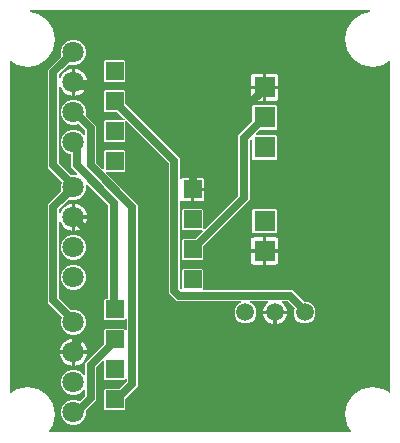
<source format=gbr>
G04 EAGLE Gerber RS-274X export*
G75*
%MOMM*%
%FSLAX34Y34*%
%LPD*%
%INBottom Copper*%
%IPPOS*%
%AMOC8*
5,1,8,0,0,1.08239X$1,22.5*%
G01*
%ADD10C,1.800000*%
%ADD11C,1.508000*%
%ADD12R,1.800000X1.800000*%
%ADD13R,1.508000X1.508000*%
%ADD14C,0.635000*%

G36*
X298529Y10180D02*
X298529Y10180D01*
X298648Y10199D01*
X298651Y10200D01*
X298654Y10200D01*
X298758Y10256D01*
X298866Y10312D01*
X298869Y10314D01*
X298871Y10316D01*
X298953Y10402D01*
X299037Y10489D01*
X299038Y10492D01*
X299041Y10494D01*
X299091Y10603D01*
X299143Y10711D01*
X299143Y10714D01*
X299144Y10717D01*
X299157Y10835D01*
X299172Y10955D01*
X299171Y10958D01*
X299171Y10961D01*
X299146Y11078D01*
X299121Y11196D01*
X299120Y11199D01*
X299119Y11202D01*
X299113Y11211D01*
X299044Y11345D01*
X295689Y16366D01*
X293892Y25400D01*
X295689Y34434D01*
X300807Y42093D01*
X308466Y47211D01*
X317500Y49008D01*
X326534Y47211D01*
X331355Y43990D01*
X331466Y43939D01*
X331573Y43889D01*
X331576Y43889D01*
X331579Y43888D01*
X331699Y43875D01*
X331817Y43862D01*
X331821Y43863D01*
X331824Y43863D01*
X331940Y43889D01*
X332058Y43915D01*
X332061Y43916D01*
X332064Y43917D01*
X332166Y43979D01*
X332269Y44041D01*
X332271Y44043D01*
X332274Y44045D01*
X332351Y44137D01*
X332429Y44228D01*
X332430Y44231D01*
X332432Y44233D01*
X332475Y44343D01*
X332521Y44456D01*
X332521Y44460D01*
X332522Y44462D01*
X332523Y44473D01*
X332539Y44623D01*
X332539Y323677D01*
X332520Y323795D01*
X332501Y323914D01*
X332500Y323917D01*
X332500Y323920D01*
X332444Y324024D01*
X332388Y324133D01*
X332386Y324135D01*
X332384Y324138D01*
X332298Y324219D01*
X332211Y324303D01*
X332208Y324305D01*
X332206Y324307D01*
X332097Y324358D01*
X331989Y324409D01*
X331986Y324409D01*
X331983Y324411D01*
X331865Y324424D01*
X331745Y324438D01*
X331742Y324437D01*
X331739Y324438D01*
X331622Y324412D01*
X331504Y324388D01*
X331501Y324386D01*
X331498Y324385D01*
X331489Y324380D01*
X331355Y324310D01*
X326534Y321089D01*
X317500Y319292D01*
X308466Y321089D01*
X300807Y326207D01*
X295689Y333866D01*
X293892Y342900D01*
X295689Y351934D01*
X300807Y359593D01*
X308466Y364711D01*
X315105Y366031D01*
X315151Y366049D01*
X315199Y366057D01*
X315265Y366091D01*
X315335Y366118D01*
X315373Y366149D01*
X315417Y366172D01*
X315468Y366226D01*
X315526Y366273D01*
X315552Y366314D01*
X315586Y366350D01*
X315617Y366418D01*
X315657Y366481D01*
X315669Y366529D01*
X315690Y366573D01*
X315698Y366647D01*
X315715Y366720D01*
X315711Y366769D01*
X315717Y366817D01*
X315701Y366891D01*
X315694Y366965D01*
X315675Y367010D01*
X315664Y367058D01*
X315626Y367122D01*
X315596Y367191D01*
X315563Y367227D01*
X315538Y367269D01*
X315481Y367318D01*
X315431Y367373D01*
X315389Y367397D01*
X315351Y367429D01*
X315282Y367457D01*
X315217Y367493D01*
X315169Y367502D01*
X315123Y367521D01*
X314999Y367535D01*
X314975Y367539D01*
X314966Y367538D01*
X314956Y367539D01*
X27944Y367539D01*
X27895Y367531D01*
X27846Y367533D01*
X27775Y367512D01*
X27701Y367500D01*
X27658Y367477D01*
X27611Y367463D01*
X27549Y367419D01*
X27483Y367384D01*
X27450Y367349D01*
X27410Y367321D01*
X27366Y367260D01*
X27314Y367206D01*
X27293Y367162D01*
X27265Y367122D01*
X27242Y367051D01*
X27210Y366983D01*
X27205Y366934D01*
X27190Y366888D01*
X27192Y366813D01*
X27183Y366739D01*
X27194Y366691D01*
X27195Y366642D01*
X27220Y366571D01*
X27236Y366498D01*
X27261Y366456D01*
X27277Y366410D01*
X27323Y366351D01*
X27362Y366287D01*
X27399Y366255D01*
X27429Y366217D01*
X27492Y366176D01*
X27549Y366127D01*
X27594Y366109D01*
X27635Y366082D01*
X27754Y366044D01*
X27777Y366035D01*
X27786Y366034D01*
X27795Y366031D01*
X34434Y364711D01*
X42093Y359593D01*
X47211Y351934D01*
X49008Y342900D01*
X47211Y333866D01*
X42093Y326207D01*
X34434Y321089D01*
X25400Y319292D01*
X16366Y321089D01*
X11345Y324444D01*
X11340Y324446D01*
X11340Y324447D01*
X11336Y324448D01*
X11234Y324494D01*
X11127Y324544D01*
X11124Y324545D01*
X11121Y324546D01*
X11001Y324558D01*
X10883Y324571D01*
X10879Y324571D01*
X10876Y324571D01*
X10760Y324545D01*
X10642Y324519D01*
X10639Y324517D01*
X10636Y324517D01*
X10534Y324455D01*
X10431Y324393D01*
X10429Y324390D01*
X10426Y324389D01*
X10349Y324297D01*
X10271Y324206D01*
X10270Y324203D01*
X10268Y324201D01*
X10225Y324091D01*
X10179Y323978D01*
X10179Y323974D01*
X10178Y323972D01*
X10177Y323961D01*
X10161Y323811D01*
X10161Y44489D01*
X10180Y44371D01*
X10199Y44252D01*
X10200Y44249D01*
X10200Y44246D01*
X10256Y44142D01*
X10312Y44034D01*
X10314Y44032D01*
X10316Y44029D01*
X10402Y43947D01*
X10489Y43863D01*
X10492Y43862D01*
X10494Y43859D01*
X10604Y43808D01*
X10711Y43758D01*
X10714Y43757D01*
X10717Y43756D01*
X10835Y43743D01*
X10955Y43728D01*
X10958Y43729D01*
X10961Y43729D01*
X11078Y43754D01*
X11196Y43779D01*
X11199Y43780D01*
X11202Y43781D01*
X11211Y43787D01*
X11345Y43856D01*
X16366Y47211D01*
X25400Y49008D01*
X34434Y47211D01*
X42093Y42093D01*
X47211Y34434D01*
X49008Y25400D01*
X47211Y16366D01*
X43856Y11345D01*
X43806Y11234D01*
X43756Y11127D01*
X43755Y11124D01*
X43754Y11121D01*
X43742Y11001D01*
X43729Y10883D01*
X43729Y10879D01*
X43729Y10876D01*
X43755Y10760D01*
X43781Y10642D01*
X43783Y10639D01*
X43783Y10636D01*
X43845Y10534D01*
X43907Y10431D01*
X43910Y10429D01*
X43911Y10426D01*
X44003Y10349D01*
X44094Y10271D01*
X44097Y10270D01*
X44099Y10268D01*
X44209Y10225D01*
X44322Y10179D01*
X44326Y10179D01*
X44328Y10178D01*
X44339Y10177D01*
X44489Y10161D01*
X298411Y10161D01*
X298529Y10180D01*
G37*
%LPC*%
G36*
X62207Y16775D02*
X62207Y16775D01*
X58338Y18378D01*
X55378Y21338D01*
X53775Y25207D01*
X53775Y29393D01*
X55378Y33262D01*
X58338Y36222D01*
X62207Y37825D01*
X66393Y37825D01*
X68861Y36802D01*
X68975Y36776D01*
X69089Y36747D01*
X69095Y36748D01*
X69101Y36746D01*
X69218Y36757D01*
X69334Y36766D01*
X69340Y36769D01*
X69346Y36769D01*
X69453Y36817D01*
X69560Y36863D01*
X69566Y36867D01*
X69571Y36869D01*
X69584Y36882D01*
X69691Y36967D01*
X73817Y41094D01*
X73870Y41168D01*
X73930Y41237D01*
X73942Y41267D01*
X73961Y41293D01*
X73988Y41381D01*
X74022Y41465D01*
X74026Y41506D01*
X74033Y41529D01*
X74032Y41561D01*
X74040Y41632D01*
X74040Y45718D01*
X74029Y45789D01*
X74027Y45861D01*
X74009Y45910D01*
X74001Y45961D01*
X73967Y46024D01*
X73942Y46092D01*
X73910Y46132D01*
X73885Y46178D01*
X73833Y46228D01*
X73789Y46284D01*
X73745Y46312D01*
X73707Y46348D01*
X73642Y46378D01*
X73582Y46417D01*
X73531Y46429D01*
X73484Y46451D01*
X73413Y46459D01*
X73343Y46477D01*
X73291Y46473D01*
X73240Y46478D01*
X73169Y46463D01*
X73098Y46458D01*
X73050Y46437D01*
X72999Y46426D01*
X72938Y46389D01*
X72872Y46361D01*
X72816Y46317D01*
X72788Y46300D01*
X72773Y46282D01*
X72741Y46257D01*
X70262Y43778D01*
X66393Y42175D01*
X62207Y42175D01*
X58338Y43778D01*
X55378Y46738D01*
X53775Y50607D01*
X53775Y54793D01*
X55378Y58662D01*
X58338Y61622D01*
X62207Y63225D01*
X66393Y63225D01*
X70262Y61622D01*
X72741Y59143D01*
X72799Y59102D01*
X72851Y59052D01*
X72898Y59030D01*
X72940Y59000D01*
X73009Y58979D01*
X73074Y58949D01*
X73126Y58943D01*
X73176Y58928D01*
X73247Y58929D01*
X73318Y58922D01*
X73369Y58933D01*
X73421Y58934D01*
X73489Y58959D01*
X73559Y58974D01*
X73604Y59001D01*
X73652Y59018D01*
X73708Y59063D01*
X73770Y59100D01*
X73804Y59140D01*
X73844Y59172D01*
X73883Y59232D01*
X73930Y59287D01*
X73949Y59335D01*
X73977Y59379D01*
X73995Y59448D01*
X74022Y59515D01*
X74030Y59586D01*
X74038Y59618D01*
X74036Y59641D01*
X74040Y59682D01*
X74040Y68876D01*
X89772Y84608D01*
X89825Y84682D01*
X89885Y84751D01*
X89897Y84781D01*
X89916Y84807D01*
X89943Y84894D01*
X89977Y84979D01*
X89981Y85020D01*
X89988Y85043D01*
X89987Y85075D01*
X89995Y85146D01*
X89995Y97072D01*
X90888Y97965D01*
X107232Y97965D01*
X108174Y97023D01*
X108232Y96981D01*
X108284Y96931D01*
X108331Y96909D01*
X108373Y96879D01*
X108442Y96858D01*
X108507Y96828D01*
X108559Y96822D01*
X108609Y96807D01*
X108680Y96809D01*
X108751Y96801D01*
X108802Y96812D01*
X108854Y96813D01*
X108922Y96838D01*
X108992Y96853D01*
X109037Y96880D01*
X109085Y96897D01*
X109141Y96942D01*
X109203Y96979D01*
X109237Y97019D01*
X109277Y97051D01*
X109316Y97111D01*
X109363Y97166D01*
X109382Y97214D01*
X109410Y97258D01*
X109428Y97328D01*
X109455Y97394D01*
X109463Y97465D01*
X109471Y97497D01*
X109469Y97520D01*
X109473Y97561D01*
X109473Y105639D01*
X109462Y105710D01*
X109460Y105782D01*
X109442Y105831D01*
X109434Y105882D01*
X109400Y105945D01*
X109375Y106013D01*
X109343Y106053D01*
X109318Y106099D01*
X109266Y106149D01*
X109222Y106205D01*
X109178Y106233D01*
X109140Y106269D01*
X109075Y106299D01*
X109015Y106338D01*
X108964Y106350D01*
X108917Y106372D01*
X108846Y106380D01*
X108776Y106398D01*
X108724Y106394D01*
X108673Y106399D01*
X108602Y106384D01*
X108531Y106379D01*
X108483Y106358D01*
X108432Y106347D01*
X108371Y106310D01*
X108305Y106282D01*
X108249Y106237D01*
X108221Y106221D01*
X108206Y106203D01*
X108174Y106177D01*
X107232Y105235D01*
X90888Y105235D01*
X89995Y106128D01*
X89995Y122472D01*
X90888Y123365D01*
X92964Y123365D01*
X92984Y123368D01*
X93003Y123366D01*
X93105Y123388D01*
X93207Y123404D01*
X93224Y123414D01*
X93244Y123418D01*
X93333Y123471D01*
X93424Y123520D01*
X93438Y123534D01*
X93455Y123544D01*
X93522Y123623D01*
X93594Y123698D01*
X93602Y123716D01*
X93615Y123731D01*
X93654Y123827D01*
X93697Y123921D01*
X93699Y123941D01*
X93707Y123959D01*
X93725Y124126D01*
X93725Y202462D01*
X93711Y202552D01*
X93703Y202643D01*
X93691Y202673D01*
X93686Y202705D01*
X93643Y202785D01*
X93607Y202869D01*
X93581Y202901D01*
X93570Y202922D01*
X93547Y202944D01*
X93502Y203000D01*
X76124Y220378D01*
X76066Y220420D01*
X76014Y220470D01*
X75967Y220492D01*
X75925Y220522D01*
X75856Y220543D01*
X75791Y220573D01*
X75739Y220579D01*
X75689Y220594D01*
X75618Y220592D01*
X75547Y220600D01*
X75496Y220589D01*
X75444Y220588D01*
X75376Y220563D01*
X75306Y220548D01*
X75261Y220521D01*
X75213Y220503D01*
X75157Y220459D01*
X75095Y220422D01*
X75061Y220382D01*
X75021Y220350D01*
X74982Y220289D01*
X74935Y220235D01*
X74916Y220187D01*
X74888Y220143D01*
X74870Y220073D01*
X74843Y220007D01*
X74835Y219935D01*
X74827Y219904D01*
X74829Y219881D01*
X74825Y219840D01*
X74825Y215707D01*
X73222Y211838D01*
X70262Y208878D01*
X66393Y207275D01*
X62207Y207275D01*
X61384Y207616D01*
X61270Y207643D01*
X61157Y207671D01*
X61151Y207671D01*
X61144Y207672D01*
X61028Y207661D01*
X60912Y207652D01*
X60906Y207650D01*
X60900Y207649D01*
X60792Y207601D01*
X60685Y207556D01*
X60679Y207551D01*
X60675Y207549D01*
X60661Y207536D01*
X60554Y207451D01*
X52167Y199063D01*
X52114Y198989D01*
X52054Y198920D01*
X52042Y198890D01*
X52023Y198864D01*
X51996Y198777D01*
X51962Y198692D01*
X51958Y198651D01*
X51951Y198628D01*
X51952Y198596D01*
X51944Y198525D01*
X51944Y196524D01*
X51944Y196520D01*
X51944Y196516D01*
X51964Y196399D01*
X51983Y196281D01*
X51985Y196278D01*
X51986Y196274D01*
X52043Y196170D01*
X52099Y196064D01*
X52101Y196061D01*
X52103Y196058D01*
X52191Y195977D01*
X52277Y195895D01*
X52281Y195893D01*
X52283Y195890D01*
X52392Y195841D01*
X52500Y195791D01*
X52504Y195791D01*
X52508Y195789D01*
X52627Y195777D01*
X52744Y195764D01*
X52748Y195765D01*
X52752Y195764D01*
X52868Y195791D01*
X52985Y195816D01*
X52988Y195818D01*
X52992Y195819D01*
X53093Y195881D01*
X53196Y195942D01*
X53198Y195945D01*
X53202Y195948D01*
X53278Y196039D01*
X53356Y196129D01*
X53357Y196133D01*
X53360Y196136D01*
X53429Y196289D01*
X53605Y196830D01*
X54429Y198449D01*
X55497Y199918D01*
X56782Y201203D01*
X58251Y202271D01*
X59870Y203095D01*
X61598Y203657D01*
X62777Y203843D01*
X62777Y193162D01*
X62780Y193142D01*
X62778Y193123D01*
X62800Y193021D01*
X62817Y192919D01*
X62826Y192902D01*
X62830Y192882D01*
X62883Y192793D01*
X62932Y192702D01*
X62946Y192688D01*
X62956Y192671D01*
X63035Y192604D01*
X63110Y192533D01*
X63128Y192524D01*
X63143Y192511D01*
X63239Y192473D01*
X63333Y192429D01*
X63353Y192427D01*
X63371Y192419D01*
X63538Y192401D01*
X64301Y192401D01*
X64301Y192399D01*
X63538Y192399D01*
X63518Y192396D01*
X63499Y192398D01*
X63397Y192376D01*
X63295Y192359D01*
X63278Y192350D01*
X63258Y192346D01*
X63169Y192293D01*
X63078Y192244D01*
X63064Y192230D01*
X63047Y192220D01*
X62980Y192141D01*
X62909Y192066D01*
X62900Y192048D01*
X62887Y192033D01*
X62848Y191937D01*
X62805Y191843D01*
X62803Y191823D01*
X62795Y191805D01*
X62777Y191638D01*
X62777Y180957D01*
X61598Y181143D01*
X59870Y181705D01*
X58251Y182529D01*
X56782Y183597D01*
X55497Y184882D01*
X54429Y186351D01*
X53605Y187970D01*
X53429Y188511D01*
X53427Y188515D01*
X53426Y188519D01*
X53372Y188622D01*
X53316Y188730D01*
X53313Y188732D01*
X53311Y188736D01*
X53226Y188817D01*
X53140Y188901D01*
X53136Y188902D01*
X53133Y188905D01*
X53025Y188955D01*
X52918Y189007D01*
X52914Y189007D01*
X52910Y189009D01*
X52793Y189022D01*
X52673Y189036D01*
X52669Y189036D01*
X52666Y189036D01*
X52550Y189011D01*
X52433Y188987D01*
X52429Y188985D01*
X52425Y188984D01*
X52323Y188923D01*
X52220Y188863D01*
X52217Y188860D01*
X52214Y188858D01*
X52136Y188767D01*
X52058Y188677D01*
X52057Y188674D01*
X52054Y188671D01*
X52009Y188559D01*
X51964Y188450D01*
X51964Y188446D01*
X51962Y188442D01*
X51944Y188276D01*
X51944Y124309D01*
X51958Y124219D01*
X51966Y124128D01*
X51978Y124098D01*
X51983Y124066D01*
X52026Y123986D01*
X52062Y123902D01*
X52088Y123870D01*
X52099Y123849D01*
X52122Y123827D01*
X52167Y123771D01*
X61690Y114248D01*
X61764Y114195D01*
X61833Y114135D01*
X61863Y114123D01*
X61889Y114104D01*
X61976Y114077D01*
X62061Y114043D01*
X62102Y114039D01*
X62125Y114032D01*
X62157Y114033D01*
X62228Y114025D01*
X66393Y114025D01*
X70262Y112422D01*
X73222Y109462D01*
X74825Y105593D01*
X74825Y101407D01*
X73222Y97538D01*
X70262Y94578D01*
X66393Y92975D01*
X62207Y92975D01*
X58338Y94578D01*
X55378Y97538D01*
X53775Y101407D01*
X53775Y105593D01*
X54540Y107440D01*
X54567Y107554D01*
X54595Y107667D01*
X54595Y107673D01*
X54596Y107679D01*
X54585Y107796D01*
X54576Y107912D01*
X54574Y107918D01*
X54573Y107924D01*
X54525Y108032D01*
X54480Y108139D01*
X54475Y108144D01*
X54473Y108149D01*
X54460Y108163D01*
X54375Y108270D01*
X42544Y120100D01*
X42544Y202734D01*
X45520Y205710D01*
X53926Y214115D01*
X53993Y214209D01*
X54064Y214304D01*
X54066Y214310D01*
X54069Y214315D01*
X54103Y214426D01*
X54140Y214538D01*
X54140Y214544D01*
X54142Y214550D01*
X54139Y214667D01*
X54138Y214784D01*
X54135Y214791D01*
X54135Y214796D01*
X54129Y214813D01*
X54091Y214945D01*
X53775Y215707D01*
X53775Y219893D01*
X54503Y221650D01*
X54530Y221764D01*
X54558Y221877D01*
X54558Y221884D01*
X54559Y221890D01*
X54548Y222006D01*
X54539Y222122D01*
X54537Y222128D01*
X54536Y222134D01*
X54488Y222242D01*
X54443Y222349D01*
X54438Y222355D01*
X54436Y222359D01*
X54423Y222373D01*
X54338Y222480D01*
X42544Y234273D01*
X42544Y316907D01*
X45520Y319883D01*
X53963Y328325D01*
X54031Y328420D01*
X54101Y328514D01*
X54103Y328520D01*
X54107Y328525D01*
X54141Y328637D01*
X54177Y328748D01*
X54177Y328754D01*
X54179Y328760D01*
X54176Y328877D01*
X54175Y328994D01*
X54173Y329001D01*
X54173Y329006D01*
X54166Y329023D01*
X54128Y329155D01*
X53775Y330006D01*
X53775Y334193D01*
X55378Y338062D01*
X58338Y341022D01*
X62207Y342625D01*
X66393Y342625D01*
X70262Y341022D01*
X73222Y338062D01*
X74825Y334193D01*
X74825Y330007D01*
X73222Y326138D01*
X70262Y323178D01*
X66393Y321575D01*
X62207Y321575D01*
X61474Y321879D01*
X61360Y321906D01*
X61247Y321934D01*
X61240Y321934D01*
X61234Y321935D01*
X61118Y321924D01*
X61001Y321915D01*
X60996Y321912D01*
X60989Y321912D01*
X60882Y321864D01*
X60775Y321819D01*
X60769Y321814D01*
X60765Y321812D01*
X60751Y321799D01*
X60644Y321714D01*
X52167Y313236D01*
X52114Y313162D01*
X52054Y313093D01*
X52042Y313063D01*
X52023Y313037D01*
X51996Y312950D01*
X51962Y312865D01*
X51958Y312824D01*
X51951Y312801D01*
X51952Y312769D01*
X51944Y312698D01*
X51944Y310824D01*
X51944Y310820D01*
X51944Y310816D01*
X51964Y310698D01*
X51983Y310581D01*
X51985Y310578D01*
X51986Y310574D01*
X52043Y310468D01*
X52099Y310364D01*
X52101Y310361D01*
X52103Y310358D01*
X52191Y310276D01*
X52277Y310195D01*
X52281Y310193D01*
X52283Y310190D01*
X52391Y310142D01*
X52500Y310091D01*
X52504Y310091D01*
X52508Y310089D01*
X52627Y310077D01*
X52744Y310064D01*
X52748Y310065D01*
X52752Y310064D01*
X52868Y310091D01*
X52985Y310116D01*
X52988Y310118D01*
X52992Y310119D01*
X53094Y310181D01*
X53196Y310242D01*
X53199Y310245D01*
X53202Y310248D01*
X53278Y310339D01*
X53356Y310429D01*
X53357Y310433D01*
X53360Y310436D01*
X53429Y310589D01*
X53605Y311130D01*
X54429Y312749D01*
X55497Y314218D01*
X56782Y315503D01*
X58251Y316571D01*
X59870Y317395D01*
X61598Y317957D01*
X62777Y318143D01*
X62777Y307462D01*
X62780Y307442D01*
X62778Y307423D01*
X62800Y307321D01*
X62817Y307219D01*
X62826Y307202D01*
X62830Y307182D01*
X62883Y307093D01*
X62932Y307002D01*
X62946Y306988D01*
X62956Y306971D01*
X63035Y306904D01*
X63110Y306833D01*
X63128Y306824D01*
X63143Y306811D01*
X63239Y306773D01*
X63333Y306729D01*
X63353Y306727D01*
X63371Y306719D01*
X63538Y306701D01*
X64301Y306701D01*
X64301Y306699D01*
X63538Y306699D01*
X63518Y306696D01*
X63499Y306698D01*
X63397Y306676D01*
X63295Y306659D01*
X63278Y306650D01*
X63258Y306646D01*
X63169Y306593D01*
X63078Y306544D01*
X63064Y306530D01*
X63047Y306520D01*
X62980Y306441D01*
X62909Y306366D01*
X62900Y306348D01*
X62887Y306333D01*
X62848Y306237D01*
X62805Y306143D01*
X62803Y306123D01*
X62795Y306105D01*
X62777Y305938D01*
X62777Y295257D01*
X61598Y295443D01*
X59870Y296005D01*
X58251Y296829D01*
X56782Y297897D01*
X55497Y299182D01*
X54429Y300651D01*
X53605Y302270D01*
X53429Y302811D01*
X53427Y302815D01*
X53426Y302819D01*
X53371Y302923D01*
X53316Y303030D01*
X53313Y303032D01*
X53311Y303036D01*
X53225Y303118D01*
X53140Y303201D01*
X53136Y303203D01*
X53133Y303205D01*
X53024Y303256D01*
X52918Y303307D01*
X52914Y303307D01*
X52910Y303309D01*
X52791Y303322D01*
X52673Y303336D01*
X52669Y303336D01*
X52666Y303336D01*
X52549Y303311D01*
X52433Y303287D01*
X52429Y303285D01*
X52425Y303284D01*
X52324Y303223D01*
X52220Y303163D01*
X52217Y303160D01*
X52214Y303158D01*
X52137Y303068D01*
X52058Y302977D01*
X52057Y302974D01*
X52054Y302971D01*
X52009Y302859D01*
X51964Y302750D01*
X51964Y302746D01*
X51962Y302743D01*
X51944Y302576D01*
X51944Y238482D01*
X51958Y238392D01*
X51966Y238301D01*
X51978Y238271D01*
X51983Y238239D01*
X52026Y238159D01*
X52062Y238075D01*
X52088Y238043D01*
X52099Y238022D01*
X52122Y238000D01*
X52167Y237944D01*
X61563Y228548D01*
X61637Y228495D01*
X61706Y228435D01*
X61736Y228423D01*
X61762Y228404D01*
X61849Y228377D01*
X61934Y228343D01*
X61975Y228339D01*
X61998Y228332D01*
X62030Y228333D01*
X62101Y228325D01*
X66340Y228325D01*
X66411Y228336D01*
X66482Y228338D01*
X66531Y228356D01*
X66583Y228364D01*
X66646Y228398D01*
X66713Y228423D01*
X66754Y228455D01*
X66800Y228480D01*
X66850Y228532D01*
X66906Y228576D01*
X66934Y228620D01*
X66970Y228658D01*
X67000Y228723D01*
X67039Y228783D01*
X67051Y228834D01*
X67073Y228881D01*
X67081Y228952D01*
X67099Y229022D01*
X67095Y229074D01*
X67100Y229125D01*
X67085Y229196D01*
X67079Y229267D01*
X67059Y229315D01*
X67048Y229366D01*
X67011Y229427D01*
X66983Y229493D01*
X66938Y229549D01*
X66922Y229577D01*
X66904Y229592D01*
X66878Y229624D01*
X65205Y231297D01*
X62229Y234273D01*
X62229Y244857D01*
X62210Y244972D01*
X62193Y245088D01*
X62191Y245094D01*
X62190Y245100D01*
X62135Y245203D01*
X62082Y245307D01*
X62077Y245312D01*
X62074Y245317D01*
X61990Y245397D01*
X61906Y245480D01*
X61900Y245483D01*
X61896Y245487D01*
X61879Y245495D01*
X61759Y245561D01*
X58338Y246978D01*
X55378Y249938D01*
X53775Y253807D01*
X53775Y257993D01*
X55378Y261862D01*
X58338Y264822D01*
X62207Y266425D01*
X66393Y266425D01*
X70262Y264822D01*
X72741Y262343D01*
X72799Y262302D01*
X72851Y262252D01*
X72898Y262230D01*
X72940Y262200D01*
X73009Y262179D01*
X73074Y262149D01*
X73126Y262143D01*
X73176Y262128D01*
X73247Y262129D01*
X73318Y262122D01*
X73369Y262133D01*
X73421Y262134D01*
X73489Y262159D01*
X73559Y262174D01*
X73604Y262201D01*
X73652Y262218D01*
X73708Y262263D01*
X73770Y262300D01*
X73804Y262339D01*
X73844Y262372D01*
X73883Y262432D01*
X73930Y262487D01*
X73949Y262535D01*
X73977Y262579D01*
X73995Y262648D01*
X74011Y262688D01*
X74012Y262691D01*
X74022Y262715D01*
X74030Y262786D01*
X74038Y262818D01*
X74036Y262841D01*
X74040Y262882D01*
X74040Y265454D01*
X74026Y265544D01*
X74018Y265635D01*
X74006Y265665D01*
X74001Y265697D01*
X73958Y265777D01*
X73922Y265861D01*
X73896Y265893D01*
X73885Y265914D01*
X73862Y265936D01*
X73817Y265992D01*
X68621Y271189D01*
X68526Y271257D01*
X68432Y271327D01*
X68426Y271329D01*
X68421Y271333D01*
X68310Y271367D01*
X68198Y271403D01*
X68192Y271403D01*
X68186Y271405D01*
X68069Y271402D01*
X67952Y271401D01*
X67945Y271399D01*
X67940Y271399D01*
X67922Y271392D01*
X67791Y271354D01*
X66393Y270775D01*
X62207Y270775D01*
X58338Y272378D01*
X55378Y275338D01*
X53775Y279207D01*
X53775Y283393D01*
X55378Y287262D01*
X58338Y290222D01*
X62207Y291825D01*
X66393Y291825D01*
X70262Y290222D01*
X73222Y287262D01*
X74825Y283393D01*
X74825Y279206D01*
X74747Y279020D01*
X74721Y278907D01*
X74692Y278793D01*
X74693Y278786D01*
X74691Y278780D01*
X74702Y278664D01*
X74711Y278547D01*
X74714Y278542D01*
X74714Y278535D01*
X74762Y278428D01*
X74808Y278321D01*
X74812Y278315D01*
X74814Y278311D01*
X74827Y278297D01*
X74912Y278190D01*
X83440Y269663D01*
X83440Y238482D01*
X83454Y238392D01*
X83462Y238301D01*
X83474Y238271D01*
X83479Y238239D01*
X83522Y238159D01*
X83558Y238075D01*
X83584Y238043D01*
X83595Y238022D01*
X83618Y238000D01*
X83663Y237944D01*
X88696Y232911D01*
X88754Y232869D01*
X88806Y232819D01*
X88853Y232798D01*
X88895Y232767D01*
X88964Y232746D01*
X89029Y232716D01*
X89081Y232710D01*
X89131Y232695D01*
X89202Y232697D01*
X89273Y232689D01*
X89324Y232700D01*
X89376Y232701D01*
X89444Y232726D01*
X89514Y232741D01*
X89559Y232768D01*
X89607Y232786D01*
X89663Y232830D01*
X89725Y232867D01*
X89759Y232907D01*
X89799Y232939D01*
X89838Y233000D01*
X89885Y233054D01*
X89904Y233102D01*
X89932Y233146D01*
X89950Y233216D01*
X89977Y233282D01*
X89985Y233354D01*
X89993Y233385D01*
X89991Y233408D01*
X89995Y233449D01*
X89995Y248202D01*
X90888Y249095D01*
X107232Y249095D01*
X108125Y248202D01*
X108125Y231858D01*
X107232Y230965D01*
X92479Y230965D01*
X92408Y230954D01*
X92337Y230952D01*
X92288Y230934D01*
X92236Y230926D01*
X92173Y230892D01*
X92106Y230867D01*
X92065Y230835D01*
X92019Y230810D01*
X91969Y230758D01*
X91913Y230714D01*
X91885Y230670D01*
X91849Y230632D01*
X91819Y230567D01*
X91780Y230507D01*
X91768Y230456D01*
X91746Y230409D01*
X91738Y230338D01*
X91720Y230268D01*
X91724Y230216D01*
X91719Y230165D01*
X91734Y230094D01*
X91740Y230023D01*
X91760Y229975D01*
X91771Y229924D01*
X91808Y229863D01*
X91836Y229797D01*
X91881Y229741D01*
X91897Y229713D01*
X91915Y229698D01*
X91941Y229666D01*
X118873Y202734D01*
X118873Y49234D01*
X108348Y38709D01*
X108295Y38635D01*
X108235Y38566D01*
X108223Y38536D01*
X108204Y38510D01*
X108177Y38423D01*
X108143Y38338D01*
X108139Y38297D01*
X108132Y38274D01*
X108133Y38242D01*
X108125Y38171D01*
X108125Y29928D01*
X107232Y29035D01*
X90888Y29035D01*
X89995Y29928D01*
X89995Y46272D01*
X90888Y47165D01*
X103195Y47165D01*
X103285Y47179D01*
X103376Y47187D01*
X103406Y47199D01*
X103438Y47204D01*
X103518Y47247D01*
X103602Y47283D01*
X103634Y47309D01*
X103655Y47320D01*
X103677Y47343D01*
X103733Y47388D01*
X109250Y52905D01*
X109303Y52979D01*
X109363Y53048D01*
X109375Y53078D01*
X109394Y53104D01*
X109421Y53191D01*
X109455Y53276D01*
X109459Y53317D01*
X109466Y53340D01*
X109465Y53372D01*
X109473Y53443D01*
X109473Y54839D01*
X109462Y54910D01*
X109460Y54982D01*
X109442Y55031D01*
X109434Y55082D01*
X109400Y55145D01*
X109375Y55213D01*
X109343Y55253D01*
X109318Y55299D01*
X109266Y55349D01*
X109222Y55405D01*
X109178Y55433D01*
X109140Y55469D01*
X109075Y55499D01*
X109015Y55538D01*
X108964Y55550D01*
X108917Y55572D01*
X108846Y55580D01*
X108776Y55598D01*
X108724Y55594D01*
X108673Y55599D01*
X108602Y55584D01*
X108531Y55579D01*
X108483Y55558D01*
X108432Y55547D01*
X108371Y55510D01*
X108305Y55482D01*
X108249Y55437D01*
X108221Y55421D01*
X108206Y55403D01*
X108174Y55377D01*
X107232Y54435D01*
X90888Y54435D01*
X89995Y55328D01*
X89995Y69700D01*
X89984Y69771D01*
X89982Y69842D01*
X89964Y69891D01*
X89956Y69943D01*
X89922Y70006D01*
X89897Y70073D01*
X89865Y70114D01*
X89840Y70160D01*
X89788Y70210D01*
X89744Y70266D01*
X89700Y70294D01*
X89662Y70330D01*
X89597Y70360D01*
X89537Y70399D01*
X89486Y70411D01*
X89439Y70433D01*
X89368Y70441D01*
X89298Y70459D01*
X89246Y70455D01*
X89195Y70460D01*
X89124Y70445D01*
X89053Y70439D01*
X89005Y70419D01*
X88954Y70408D01*
X88893Y70371D01*
X88827Y70343D01*
X88771Y70298D01*
X88743Y70282D01*
X88728Y70264D01*
X88696Y70238D01*
X83663Y65205D01*
X83610Y65131D01*
X83550Y65062D01*
X83538Y65032D01*
X83519Y65006D01*
X83492Y64918D01*
X83458Y64834D01*
X83454Y64793D01*
X83447Y64770D01*
X83448Y64738D01*
X83440Y64667D01*
X83440Y37423D01*
X75048Y29031D01*
X74995Y28957D01*
X74935Y28888D01*
X74923Y28858D01*
X74904Y28832D01*
X74877Y28745D01*
X74843Y28660D01*
X74839Y28619D01*
X74832Y28596D01*
X74833Y28564D01*
X74825Y28493D01*
X74825Y25207D01*
X73222Y21338D01*
X70262Y18378D01*
X66393Y16775D01*
X62207Y16775D01*
G37*
%LPD*%
%LPC*%
G36*
X208147Y102695D02*
X208147Y102695D01*
X204815Y104075D01*
X202265Y106625D01*
X200885Y109957D01*
X200885Y113563D01*
X202265Y116895D01*
X204815Y119445D01*
X205721Y119820D01*
X205804Y119871D01*
X205889Y119917D01*
X205907Y119936D01*
X205930Y119949D01*
X205992Y120024D01*
X206059Y120095D01*
X206070Y120119D01*
X206086Y120139D01*
X206121Y120230D01*
X206162Y120318D01*
X206165Y120344D01*
X206175Y120368D01*
X206179Y120466D01*
X206190Y120562D01*
X206184Y120588D01*
X206185Y120614D01*
X206158Y120708D01*
X206137Y120803D01*
X206124Y120825D01*
X206117Y120850D01*
X206061Y120930D01*
X206011Y121014D01*
X205991Y121031D01*
X205976Y121052D01*
X205898Y121111D01*
X205824Y121174D01*
X205800Y121184D01*
X205779Y121199D01*
X205686Y121229D01*
X205596Y121266D01*
X205564Y121269D01*
X205545Y121275D01*
X205512Y121275D01*
X205429Y121284D01*
X151596Y121284D01*
X144906Y127974D01*
X144906Y237895D01*
X144892Y237985D01*
X144884Y238076D01*
X144872Y238106D01*
X144867Y238138D01*
X144824Y238218D01*
X144788Y238302D01*
X144762Y238334D01*
X144751Y238355D01*
X144728Y238377D01*
X144683Y238433D01*
X109424Y273692D01*
X109366Y273734D01*
X109314Y273784D01*
X109267Y273806D01*
X109225Y273836D01*
X109156Y273857D01*
X109091Y273887D01*
X109039Y273893D01*
X108989Y273908D01*
X108918Y273906D01*
X108847Y273914D01*
X108796Y273903D01*
X108744Y273902D01*
X108676Y273877D01*
X108606Y273862D01*
X108561Y273835D01*
X108513Y273817D01*
X108457Y273773D01*
X108395Y273736D01*
X108361Y273696D01*
X108321Y273664D01*
X108282Y273603D01*
X108235Y273549D01*
X108216Y273501D01*
X108188Y273457D01*
X108170Y273387D01*
X108143Y273321D01*
X108135Y273249D01*
X108127Y273218D01*
X108129Y273195D01*
X108125Y273154D01*
X108125Y257258D01*
X107232Y256365D01*
X90888Y256365D01*
X89995Y257258D01*
X89995Y273602D01*
X90888Y274495D01*
X106784Y274495D01*
X106855Y274506D01*
X106926Y274508D01*
X106975Y274526D01*
X107027Y274534D01*
X107090Y274568D01*
X107157Y274593D01*
X107198Y274625D01*
X107244Y274650D01*
X107294Y274702D01*
X107350Y274746D01*
X107378Y274790D01*
X107414Y274828D01*
X107444Y274893D01*
X107483Y274953D01*
X107495Y275004D01*
X107517Y275051D01*
X107525Y275122D01*
X107543Y275192D01*
X107539Y275244D01*
X107544Y275295D01*
X107529Y275366D01*
X107523Y275437D01*
X107503Y275485D01*
X107492Y275536D01*
X107455Y275597D01*
X107427Y275663D01*
X107382Y275719D01*
X107366Y275747D01*
X107348Y275762D01*
X107322Y275794D01*
X101574Y281542D01*
X101500Y281595D01*
X101431Y281655D01*
X101401Y281667D01*
X101375Y281686D01*
X101288Y281713D01*
X101203Y281747D01*
X101162Y281751D01*
X101139Y281758D01*
X101107Y281757D01*
X101036Y281765D01*
X90888Y281765D01*
X89995Y282658D01*
X89995Y299002D01*
X90888Y299895D01*
X107232Y299895D01*
X108125Y299002D01*
X108125Y288600D01*
X108139Y288510D01*
X108147Y288419D01*
X108159Y288389D01*
X108164Y288357D01*
X108207Y288277D01*
X108243Y288193D01*
X108269Y288161D01*
X108280Y288140D01*
X108303Y288118D01*
X108348Y288062D01*
X154306Y242104D01*
X154306Y225617D01*
X154317Y225546D01*
X154319Y225474D01*
X154337Y225425D01*
X154345Y225374D01*
X154379Y225311D01*
X154404Y225243D01*
X154436Y225203D01*
X154461Y225157D01*
X154513Y225107D01*
X154557Y225051D01*
X154601Y225023D01*
X154639Y224987D01*
X154704Y224957D01*
X154764Y224918D01*
X154815Y224905D01*
X154862Y224884D01*
X154933Y224876D01*
X155003Y224858D01*
X155055Y224862D01*
X155106Y224856D01*
X155177Y224872D01*
X155248Y224877D01*
X155296Y224898D01*
X155347Y224909D01*
X155408Y224946D01*
X155474Y224974D01*
X155530Y225018D01*
X155558Y225035D01*
X155573Y225053D01*
X155605Y225078D01*
X156000Y225473D01*
X156579Y225808D01*
X157226Y225981D01*
X163577Y225981D01*
X163577Y216662D01*
X163580Y216642D01*
X163578Y216623D01*
X163600Y216521D01*
X163617Y216419D01*
X163626Y216402D01*
X163630Y216382D01*
X163683Y216293D01*
X163732Y216202D01*
X163746Y216188D01*
X163756Y216171D01*
X163835Y216104D01*
X163910Y216033D01*
X163928Y216024D01*
X163943Y216011D01*
X164039Y215973D01*
X164133Y215929D01*
X164153Y215927D01*
X164171Y215919D01*
X164338Y215901D01*
X165101Y215901D01*
X165101Y215899D01*
X164338Y215899D01*
X164318Y215896D01*
X164299Y215898D01*
X164197Y215876D01*
X164095Y215859D01*
X164078Y215850D01*
X164058Y215846D01*
X163969Y215793D01*
X163878Y215744D01*
X163864Y215730D01*
X163847Y215720D01*
X163780Y215641D01*
X163709Y215566D01*
X163700Y215548D01*
X163687Y215533D01*
X163648Y215437D01*
X163605Y215343D01*
X163603Y215323D01*
X163595Y215305D01*
X163577Y215138D01*
X163577Y205819D01*
X157226Y205819D01*
X156579Y205992D01*
X156000Y206327D01*
X155605Y206722D01*
X155547Y206764D01*
X155495Y206813D01*
X155448Y206835D01*
X155406Y206865D01*
X155337Y206886D01*
X155272Y206916D01*
X155220Y206922D01*
X155170Y206938D01*
X155099Y206936D01*
X155028Y206944D01*
X154977Y206932D01*
X154925Y206931D01*
X154857Y206907D01*
X154787Y206891D01*
X154742Y206865D01*
X154694Y206847D01*
X154638Y206802D01*
X154576Y206765D01*
X154542Y206726D01*
X154502Y206693D01*
X154463Y206633D01*
X154416Y206578D01*
X154397Y206530D01*
X154369Y206486D01*
X154351Y206417D01*
X154324Y206350D01*
X154316Y206279D01*
X154308Y206248D01*
X154310Y206224D01*
X154306Y206183D01*
X154306Y132183D01*
X154320Y132093D01*
X154328Y132002D01*
X154340Y131972D01*
X154345Y131940D01*
X154388Y131860D01*
X154424Y131776D01*
X154450Y131744D01*
X154461Y131723D01*
X154484Y131701D01*
X154529Y131645D01*
X154736Y131438D01*
X154794Y131396D01*
X154846Y131346D01*
X154893Y131325D01*
X154935Y131294D01*
X155004Y131273D01*
X155069Y131243D01*
X155121Y131237D01*
X155170Y131222D01*
X155242Y131224D01*
X155313Y131216D01*
X155364Y131227D01*
X155416Y131228D01*
X155484Y131253D01*
X155554Y131268D01*
X155599Y131295D01*
X155647Y131313D01*
X155703Y131357D01*
X155765Y131394D01*
X155799Y131434D01*
X155839Y131466D01*
X155878Y131527D01*
X155925Y131581D01*
X155944Y131629D01*
X155972Y131673D01*
X155990Y131743D01*
X156017Y131809D01*
X156025Y131880D01*
X156033Y131912D01*
X156031Y131935D01*
X156035Y131976D01*
X156035Y147872D01*
X156928Y148765D01*
X173272Y148765D01*
X174165Y147872D01*
X174165Y131445D01*
X174168Y131425D01*
X174166Y131406D01*
X174188Y131304D01*
X174204Y131202D01*
X174214Y131185D01*
X174218Y131165D01*
X174271Y131076D01*
X174320Y130985D01*
X174334Y130971D01*
X174344Y130954D01*
X174423Y130887D01*
X174498Y130815D01*
X174516Y130807D01*
X174531Y130794D01*
X174627Y130755D01*
X174721Y130712D01*
X174741Y130710D01*
X174759Y130702D01*
X174926Y130684D01*
X249978Y130684D01*
X259614Y121048D01*
X259688Y120995D01*
X259757Y120935D01*
X259787Y120923D01*
X259813Y120904D01*
X259900Y120877D01*
X259985Y120843D01*
X260026Y120839D01*
X260049Y120832D01*
X260081Y120833D01*
X260152Y120825D01*
X261753Y120825D01*
X265085Y119445D01*
X267635Y116895D01*
X269015Y113563D01*
X269015Y109957D01*
X267635Y106625D01*
X265085Y104075D01*
X261753Y102695D01*
X258147Y102695D01*
X254815Y104075D01*
X252265Y106625D01*
X250885Y109957D01*
X250885Y113563D01*
X251546Y115158D01*
X251573Y115272D01*
X251601Y115385D01*
X251601Y115391D01*
X251602Y115398D01*
X251591Y115514D01*
X251582Y115630D01*
X251580Y115636D01*
X251579Y115642D01*
X251531Y115750D01*
X251486Y115857D01*
X251481Y115863D01*
X251479Y115867D01*
X251466Y115881D01*
X251381Y115988D01*
X246307Y121061D01*
X246233Y121114D01*
X246164Y121174D01*
X246134Y121186D01*
X246108Y121205D01*
X246021Y121232D01*
X245936Y121266D01*
X245895Y121270D01*
X245872Y121277D01*
X245840Y121276D01*
X245769Y121284D01*
X241334Y121284D01*
X241326Y121283D01*
X241318Y121284D01*
X241205Y121263D01*
X241091Y121245D01*
X241084Y121241D01*
X241077Y121239D01*
X240975Y121183D01*
X240874Y121129D01*
X240869Y121124D01*
X240862Y121120D01*
X240784Y121034D01*
X240705Y120951D01*
X240701Y120944D01*
X240696Y120938D01*
X240649Y120832D01*
X240601Y120728D01*
X240600Y120720D01*
X240597Y120713D01*
X240587Y120598D01*
X240574Y120484D01*
X240576Y120476D01*
X240575Y120468D01*
X240602Y120356D01*
X240626Y120243D01*
X240630Y120236D01*
X240632Y120229D01*
X240693Y120131D01*
X240752Y120032D01*
X240758Y120027D01*
X240763Y120020D01*
X240887Y119907D01*
X241517Y119449D01*
X242639Y118327D01*
X243572Y117043D01*
X244292Y115630D01*
X244783Y114121D01*
X244915Y113283D01*
X235712Y113283D01*
X235692Y113280D01*
X235673Y113282D01*
X235571Y113260D01*
X235469Y113243D01*
X235452Y113234D01*
X235432Y113230D01*
X235343Y113177D01*
X235252Y113128D01*
X235238Y113114D01*
X235221Y113104D01*
X235154Y113025D01*
X235083Y112950D01*
X235074Y112932D01*
X235061Y112917D01*
X235023Y112821D01*
X234979Y112727D01*
X234977Y112707D01*
X234969Y112689D01*
X234951Y112522D01*
X234951Y111759D01*
X234949Y111759D01*
X234949Y112522D01*
X234946Y112542D01*
X234948Y112561D01*
X234926Y112663D01*
X234909Y112765D01*
X234900Y112782D01*
X234896Y112802D01*
X234843Y112891D01*
X234794Y112982D01*
X234780Y112996D01*
X234770Y113013D01*
X234691Y113080D01*
X234616Y113151D01*
X234598Y113160D01*
X234583Y113173D01*
X234487Y113212D01*
X234393Y113255D01*
X234373Y113257D01*
X234355Y113265D01*
X234188Y113283D01*
X224985Y113283D01*
X225117Y114121D01*
X225608Y115630D01*
X226328Y117043D01*
X227261Y118327D01*
X228383Y119449D01*
X229013Y119907D01*
X229019Y119913D01*
X229026Y119917D01*
X229105Y120000D01*
X229186Y120082D01*
X229190Y120089D01*
X229195Y120095D01*
X229244Y120199D01*
X229295Y120303D01*
X229296Y120311D01*
X229299Y120318D01*
X229312Y120432D01*
X229327Y120547D01*
X229325Y120555D01*
X229326Y120562D01*
X229302Y120675D01*
X229279Y120788D01*
X229275Y120795D01*
X229274Y120803D01*
X229215Y120901D01*
X229158Y121002D01*
X229152Y121007D01*
X229148Y121014D01*
X229060Y121089D01*
X228974Y121166D01*
X228967Y121169D01*
X228961Y121174D01*
X228853Y121217D01*
X228748Y121262D01*
X228740Y121263D01*
X228733Y121266D01*
X228566Y121284D01*
X214471Y121284D01*
X214375Y121269D01*
X214278Y121259D01*
X214254Y121249D01*
X214228Y121245D01*
X214142Y121199D01*
X214053Y121159D01*
X214034Y121142D01*
X214011Y121129D01*
X213944Y121059D01*
X213872Y120993D01*
X213859Y120970D01*
X213841Y120951D01*
X213800Y120863D01*
X213753Y120777D01*
X213749Y120752D01*
X213738Y120728D01*
X213727Y120631D01*
X213710Y120535D01*
X213713Y120509D01*
X213710Y120484D01*
X213731Y120389D01*
X213745Y120292D01*
X213757Y120269D01*
X213763Y120243D01*
X213813Y120159D01*
X213857Y120073D01*
X213875Y120055D01*
X213889Y120032D01*
X213963Y119969D01*
X214032Y119901D01*
X214061Y119885D01*
X214076Y119872D01*
X214107Y119860D01*
X214179Y119820D01*
X215085Y119445D01*
X217635Y116895D01*
X219015Y113563D01*
X219015Y109957D01*
X217635Y106625D01*
X215085Y104075D01*
X211753Y102695D01*
X208147Y102695D01*
G37*
%LPD*%
%LPC*%
G36*
X156928Y156035D02*
X156928Y156035D01*
X156035Y156928D01*
X156035Y173272D01*
X156928Y174165D01*
X167203Y174165D01*
X167293Y174179D01*
X167384Y174187D01*
X167414Y174199D01*
X167446Y174204D01*
X167526Y174247D01*
X167610Y174283D01*
X167642Y174309D01*
X167663Y174320D01*
X167685Y174343D01*
X167741Y174388D01*
X173489Y180136D01*
X173531Y180194D01*
X173581Y180246D01*
X173602Y180293D01*
X173633Y180335D01*
X173654Y180404D01*
X173684Y180469D01*
X173690Y180521D01*
X173705Y180571D01*
X173703Y180642D01*
X173711Y180713D01*
X173700Y180764D01*
X173699Y180816D01*
X173674Y180884D01*
X173659Y180954D01*
X173632Y180999D01*
X173614Y181047D01*
X173570Y181103D01*
X173533Y181165D01*
X173493Y181199D01*
X173461Y181239D01*
X173400Y181278D01*
X173346Y181325D01*
X173298Y181344D01*
X173254Y181372D01*
X173184Y181390D01*
X173118Y181417D01*
X173046Y181425D01*
X173015Y181433D01*
X172992Y181431D01*
X172951Y181435D01*
X156928Y181435D01*
X156035Y182328D01*
X156035Y198672D01*
X156928Y199565D01*
X173272Y199565D01*
X174165Y198672D01*
X174165Y182649D01*
X174176Y182578D01*
X174178Y182507D01*
X174196Y182458D01*
X174204Y182406D01*
X174238Y182343D01*
X174263Y182276D01*
X174295Y182235D01*
X174320Y182189D01*
X174372Y182139D01*
X174416Y182083D01*
X174460Y182055D01*
X174498Y182019D01*
X174563Y181989D01*
X174623Y181950D01*
X174674Y181938D01*
X174721Y181916D01*
X174792Y181908D01*
X174862Y181890D01*
X174914Y181894D01*
X174965Y181889D01*
X175036Y181904D01*
X175107Y181910D01*
X175155Y181930D01*
X175206Y181941D01*
X175267Y181978D01*
X175333Y182006D01*
X175389Y182051D01*
X175417Y182067D01*
X175432Y182085D01*
X175464Y182111D01*
X203738Y210385D01*
X203791Y210459D01*
X203851Y210528D01*
X203863Y210558D01*
X203882Y210584D01*
X203909Y210671D01*
X203943Y210756D01*
X203947Y210797D01*
X203954Y210820D01*
X203953Y210852D01*
X203961Y210923D01*
X203961Y261789D01*
X215312Y273140D01*
X215365Y273214D01*
X215425Y273283D01*
X215437Y273313D01*
X215456Y273339D01*
X215483Y273426D01*
X215517Y273511D01*
X215521Y273552D01*
X215528Y273575D01*
X215527Y273607D01*
X215535Y273678D01*
X215535Y286492D01*
X216428Y287385D01*
X235692Y287385D01*
X236585Y286492D01*
X236585Y267228D01*
X235692Y266335D01*
X222116Y266335D01*
X222026Y266321D01*
X221935Y266313D01*
X221905Y266301D01*
X221873Y266296D01*
X221793Y266253D01*
X221709Y266217D01*
X221677Y266191D01*
X221656Y266180D01*
X221634Y266157D01*
X221578Y266112D01*
X218750Y263284D01*
X218708Y263226D01*
X218658Y263174D01*
X218636Y263127D01*
X218606Y263085D01*
X218585Y263016D01*
X218555Y262951D01*
X218549Y262899D01*
X218534Y262849D01*
X218536Y262778D01*
X218528Y262707D01*
X218539Y262656D01*
X218540Y262604D01*
X218565Y262536D01*
X218580Y262466D01*
X218607Y262422D01*
X218625Y262373D01*
X218669Y262317D01*
X218706Y262255D01*
X218746Y262221D01*
X218778Y262181D01*
X218839Y262142D01*
X218893Y262095D01*
X218941Y262076D01*
X218985Y262048D01*
X219055Y262030D01*
X219121Y262003D01*
X219193Y261995D01*
X219224Y261987D01*
X219247Y261989D01*
X219288Y261985D01*
X235692Y261985D01*
X236585Y261092D01*
X236585Y241828D01*
X235692Y240935D01*
X216428Y240935D01*
X215535Y241828D01*
X215535Y258232D01*
X215524Y258303D01*
X215522Y258374D01*
X215504Y258423D01*
X215496Y258475D01*
X215462Y258538D01*
X215437Y258606D01*
X215405Y258646D01*
X215380Y258692D01*
X215329Y258741D01*
X215284Y258798D01*
X215240Y258826D01*
X215202Y258862D01*
X215137Y258892D01*
X215077Y258931D01*
X215026Y258943D01*
X214979Y258965D01*
X214908Y258973D01*
X214838Y258991D01*
X214786Y258987D01*
X214735Y258992D01*
X214664Y258977D01*
X214593Y258971D01*
X214545Y258951D01*
X214494Y258940D01*
X214433Y258903D01*
X214367Y258875D01*
X214311Y258830D01*
X214283Y258814D01*
X214268Y258796D01*
X214236Y258770D01*
X213584Y258118D01*
X213530Y258044D01*
X213471Y257975D01*
X213459Y257945D01*
X213440Y257919D01*
X213413Y257831D01*
X213393Y257781D01*
X213389Y257772D01*
X213389Y257770D01*
X213379Y257747D01*
X213375Y257706D01*
X213368Y257683D01*
X213369Y257651D01*
X213361Y257580D01*
X213361Y206714D01*
X174388Y167741D01*
X174335Y167667D01*
X174275Y167598D01*
X174263Y167568D01*
X174244Y167542D01*
X174217Y167455D01*
X174183Y167370D01*
X174179Y167329D01*
X174172Y167306D01*
X174173Y167274D01*
X174165Y167203D01*
X174165Y156928D01*
X173272Y156035D01*
X156928Y156035D01*
G37*
%LPD*%
%LPC*%
G36*
X216428Y178705D02*
X216428Y178705D01*
X215535Y179598D01*
X215535Y198862D01*
X216428Y199755D01*
X235692Y199755D01*
X236585Y198862D01*
X236585Y179598D01*
X235692Y178705D01*
X216428Y178705D01*
G37*
%LPD*%
%LPC*%
G36*
X62207Y156475D02*
X62207Y156475D01*
X58338Y158078D01*
X55378Y161038D01*
X53775Y164907D01*
X53775Y169093D01*
X55378Y172962D01*
X58338Y175922D01*
X62207Y177525D01*
X66393Y177525D01*
X70262Y175922D01*
X73222Y172962D01*
X74825Y169093D01*
X74825Y164907D01*
X73222Y161038D01*
X70262Y158078D01*
X66393Y156475D01*
X62207Y156475D01*
G37*
%LPD*%
%LPC*%
G36*
X62207Y131075D02*
X62207Y131075D01*
X58338Y132678D01*
X55378Y135638D01*
X53775Y139507D01*
X53775Y143693D01*
X55378Y147562D01*
X58338Y150522D01*
X62207Y152125D01*
X66393Y152125D01*
X70262Y150522D01*
X73222Y147562D01*
X74825Y143693D01*
X74825Y139507D01*
X73222Y135638D01*
X70262Y132678D01*
X66393Y131075D01*
X62207Y131075D01*
G37*
%LPD*%
%LPC*%
G36*
X90888Y307165D02*
X90888Y307165D01*
X89995Y308058D01*
X89995Y324402D01*
X90888Y325295D01*
X107232Y325295D01*
X108125Y324402D01*
X108125Y308058D01*
X107232Y307165D01*
X90888Y307165D01*
G37*
%LPD*%
%LPC*%
G36*
X227583Y303783D02*
X227583Y303783D01*
X227583Y313801D01*
X235394Y313801D01*
X236041Y313628D01*
X236620Y313293D01*
X237093Y312820D01*
X237428Y312241D01*
X237601Y311594D01*
X237601Y303783D01*
X227583Y303783D01*
G37*
%LPD*%
%LPC*%
G36*
X227583Y165353D02*
X227583Y165353D01*
X227583Y175371D01*
X235394Y175371D01*
X236041Y175198D01*
X236620Y174863D01*
X237093Y174390D01*
X237428Y173811D01*
X237601Y173164D01*
X237601Y165353D01*
X227583Y165353D01*
G37*
%LPD*%
%LPC*%
G36*
X227583Y300737D02*
X227583Y300737D01*
X237601Y300737D01*
X237601Y292926D01*
X237428Y292279D01*
X237093Y291700D01*
X236620Y291227D01*
X236041Y290892D01*
X235394Y290719D01*
X227583Y290719D01*
X227583Y300737D01*
G37*
%LPD*%
%LPC*%
G36*
X227583Y162307D02*
X227583Y162307D01*
X237601Y162307D01*
X237601Y154496D01*
X237428Y153849D01*
X237093Y153270D01*
X236620Y152797D01*
X236041Y152462D01*
X235394Y152289D01*
X227583Y152289D01*
X227583Y162307D01*
G37*
%LPD*%
%LPC*%
G36*
X214519Y303783D02*
X214519Y303783D01*
X214519Y311594D01*
X214692Y312241D01*
X215027Y312820D01*
X215500Y313293D01*
X216079Y313628D01*
X216726Y313801D01*
X224537Y313801D01*
X224537Y303783D01*
X214519Y303783D01*
G37*
%LPD*%
%LPC*%
G36*
X214519Y165353D02*
X214519Y165353D01*
X214519Y173164D01*
X214692Y173811D01*
X215027Y174390D01*
X215500Y174863D01*
X216079Y175198D01*
X216726Y175371D01*
X224537Y175371D01*
X224537Y165353D01*
X214519Y165353D01*
G37*
%LPD*%
%LPC*%
G36*
X216726Y290719D02*
X216726Y290719D01*
X216079Y290892D01*
X215500Y291227D01*
X215027Y291700D01*
X214692Y292279D01*
X214519Y292926D01*
X214519Y300737D01*
X224537Y300737D01*
X224537Y290719D01*
X216726Y290719D01*
G37*
%LPD*%
%LPC*%
G36*
X216726Y152289D02*
X216726Y152289D01*
X216079Y152462D01*
X215500Y152797D01*
X215027Y153270D01*
X214692Y153849D01*
X214519Y154496D01*
X214519Y162307D01*
X224537Y162307D01*
X224537Y152289D01*
X216726Y152289D01*
G37*
%LPD*%
%LPC*%
G36*
X65823Y308223D02*
X65823Y308223D01*
X65823Y318143D01*
X67002Y317957D01*
X68730Y317395D01*
X70349Y316571D01*
X71818Y315503D01*
X73103Y314218D01*
X74171Y312749D01*
X74995Y311130D01*
X75557Y309402D01*
X75743Y308223D01*
X65823Y308223D01*
G37*
%LPD*%
%LPC*%
G36*
X65823Y193923D02*
X65823Y193923D01*
X65823Y203843D01*
X67002Y203657D01*
X68730Y203095D01*
X70349Y202271D01*
X71818Y201203D01*
X73103Y199918D01*
X74171Y198449D01*
X74995Y196830D01*
X75557Y195102D01*
X75743Y193923D01*
X65823Y193923D01*
G37*
%LPD*%
%LPC*%
G36*
X65823Y79623D02*
X65823Y79623D01*
X65823Y89543D01*
X67002Y89357D01*
X68730Y88795D01*
X70349Y87971D01*
X71818Y86903D01*
X73103Y85618D01*
X74171Y84149D01*
X74995Y82530D01*
X75557Y80802D01*
X75743Y79623D01*
X65823Y79623D01*
G37*
%LPD*%
%LPC*%
G36*
X65823Y305177D02*
X65823Y305177D01*
X75743Y305177D01*
X75557Y303998D01*
X74995Y302270D01*
X74171Y300651D01*
X73103Y299182D01*
X71818Y297897D01*
X70349Y296829D01*
X68730Y296005D01*
X67002Y295443D01*
X65823Y295257D01*
X65823Y305177D01*
G37*
%LPD*%
%LPC*%
G36*
X65823Y190877D02*
X65823Y190877D01*
X75743Y190877D01*
X75557Y189698D01*
X74995Y187970D01*
X74171Y186351D01*
X73103Y184882D01*
X71818Y183597D01*
X70349Y182529D01*
X68730Y181705D01*
X67002Y181143D01*
X65823Y180957D01*
X65823Y190877D01*
G37*
%LPD*%
%LPC*%
G36*
X52857Y79623D02*
X52857Y79623D01*
X53043Y80802D01*
X53605Y82530D01*
X54429Y84149D01*
X55497Y85618D01*
X56782Y86903D01*
X58251Y87971D01*
X59870Y88795D01*
X61598Y89357D01*
X62777Y89543D01*
X62777Y79623D01*
X52857Y79623D01*
G37*
%LPD*%
%LPC*%
G36*
X65823Y76577D02*
X65823Y76577D01*
X75743Y76577D01*
X75557Y75398D01*
X74995Y73670D01*
X74171Y72051D01*
X73103Y70582D01*
X71818Y69297D01*
X70349Y68229D01*
X68730Y67405D01*
X67002Y66843D01*
X65823Y66657D01*
X65823Y76577D01*
G37*
%LPD*%
%LPC*%
G36*
X61598Y66843D02*
X61598Y66843D01*
X59870Y67405D01*
X58251Y68229D01*
X56782Y69297D01*
X55497Y70582D01*
X54429Y72051D01*
X53605Y73670D01*
X53043Y75398D01*
X52857Y76577D01*
X62777Y76577D01*
X62777Y66657D01*
X61598Y66843D01*
G37*
%LPD*%
%LPC*%
G36*
X166623Y217423D02*
X166623Y217423D01*
X166623Y225981D01*
X172974Y225981D01*
X173621Y225808D01*
X174200Y225473D01*
X174673Y225000D01*
X175008Y224421D01*
X175181Y223774D01*
X175181Y217423D01*
X166623Y217423D01*
G37*
%LPD*%
%LPC*%
G36*
X166623Y205819D02*
X166623Y205819D01*
X166623Y214377D01*
X175181Y214377D01*
X175181Y208026D01*
X175008Y207379D01*
X174673Y206800D01*
X174200Y206327D01*
X173621Y205992D01*
X172974Y205819D01*
X166623Y205819D01*
G37*
%LPD*%
%LPC*%
G36*
X236473Y110237D02*
X236473Y110237D01*
X244915Y110237D01*
X244783Y109399D01*
X244292Y107890D01*
X243572Y106477D01*
X242639Y105193D01*
X241517Y104071D01*
X240233Y103138D01*
X238820Y102418D01*
X237311Y101927D01*
X236473Y101795D01*
X236473Y110237D01*
G37*
%LPD*%
%LPC*%
G36*
X232589Y101927D02*
X232589Y101927D01*
X231080Y102418D01*
X229667Y103138D01*
X228383Y104071D01*
X227261Y105193D01*
X226328Y106477D01*
X225608Y107890D01*
X225117Y109399D01*
X224985Y110237D01*
X233427Y110237D01*
X233427Y101795D01*
X232589Y101927D01*
G37*
%LPD*%
%LPC*%
G36*
X226059Y302259D02*
X226059Y302259D01*
X226059Y302261D01*
X226061Y302261D01*
X226061Y302259D01*
X226059Y302259D01*
G37*
%LPD*%
%LPC*%
G36*
X226059Y163829D02*
X226059Y163829D01*
X226059Y163831D01*
X226061Y163831D01*
X226061Y163829D01*
X226059Y163829D01*
G37*
%LPD*%
%LPC*%
G36*
X64299Y78099D02*
X64299Y78099D01*
X64299Y78101D01*
X64301Y78101D01*
X64301Y78099D01*
X64299Y78099D01*
G37*
%LPD*%
D10*
X64300Y217800D03*
X64300Y192400D03*
X64300Y167000D03*
X64300Y141600D03*
X64300Y103500D03*
X64300Y78100D03*
X64300Y52700D03*
X64300Y27300D03*
X64300Y332100D03*
X64300Y306700D03*
X64300Y281300D03*
X64300Y255900D03*
D11*
X234950Y111760D03*
X209950Y111760D03*
X259950Y111760D03*
D12*
X226060Y302260D03*
X226060Y276860D03*
X226060Y251460D03*
X226060Y189230D03*
X226060Y163830D03*
D13*
X165100Y215900D03*
X165100Y139700D03*
X165100Y190500D03*
X165100Y165100D03*
X99060Y316230D03*
X99060Y240030D03*
X99060Y290830D03*
X99060Y265430D03*
X99060Y114300D03*
X99060Y38100D03*
X99060Y88900D03*
X99060Y63500D03*
D14*
X78740Y66929D02*
X98425Y86614D01*
X78740Y66929D02*
X78740Y39370D01*
X66929Y27559D01*
X98425Y86614D02*
X99060Y88900D01*
X66929Y27559D02*
X64300Y27300D01*
X98425Y118110D02*
X98425Y204724D01*
X66929Y236220D01*
X66929Y251968D01*
X98425Y118110D02*
X99060Y114300D01*
X66929Y251968D02*
X64300Y255900D01*
X114173Y51181D02*
X102362Y39370D01*
X114173Y51181D02*
X114173Y200787D01*
X78740Y236220D01*
X78740Y267716D01*
X66929Y279527D01*
X102362Y39370D02*
X99060Y38100D01*
X66929Y279527D02*
X64300Y281300D01*
X62992Y216535D02*
X47244Y200787D01*
X47244Y122047D01*
X62992Y106299D01*
X62992Y216535D02*
X64300Y217800D01*
X62992Y106299D02*
X64300Y103500D01*
X47244Y314960D02*
X62992Y330708D01*
X47244Y314960D02*
X47244Y236220D01*
X62992Y220472D01*
X62992Y330708D02*
X64300Y332100D01*
X62992Y220472D02*
X64300Y217800D01*
X66929Y86614D02*
X66929Y78740D01*
X66929Y86614D02*
X78740Y98425D01*
X78740Y177165D01*
X66929Y188976D01*
X66929Y78740D02*
X64300Y78100D01*
X66929Y188976D02*
X64300Y192400D01*
X216535Y291338D02*
X224409Y299212D01*
X216535Y291338D02*
X212598Y291338D01*
X167323Y246063D02*
X165354Y244094D01*
X167323Y246063D02*
X212598Y291338D01*
X165354Y244094D02*
X165354Y216535D01*
X224409Y299212D02*
X226060Y302260D01*
X165354Y216535D02*
X165100Y215900D01*
X110236Y303149D02*
X66929Y303149D01*
X110236Y303149D02*
X167323Y246063D01*
X66929Y303149D02*
X64300Y306700D01*
X165100Y165100D02*
X208661Y208661D01*
X208661Y259842D01*
X224409Y275590D01*
X226060Y276860D01*
X149606Y240157D02*
X102362Y287401D01*
X149606Y240157D02*
X149606Y129921D01*
X153543Y125984D01*
X248031Y125984D01*
X259842Y114173D01*
X102362Y287401D02*
X99060Y290830D01*
X259842Y114173D02*
X259950Y111760D01*
M02*

</source>
